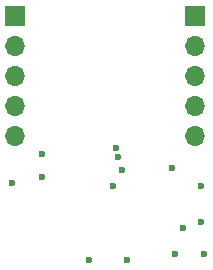
<source format=gbs>
G04 #@! TF.GenerationSoftware,KiCad,Pcbnew,8.0.4*
G04 #@! TF.CreationDate,2024-11-22T23:05:38-05:00*
G04 #@! TF.ProjectId,usb_to_uart_ft232rl,7573625f-746f-45f7-9561-72745f667432,rev?*
G04 #@! TF.SameCoordinates,Original*
G04 #@! TF.FileFunction,Soldermask,Bot*
G04 #@! TF.FilePolarity,Negative*
%FSLAX46Y46*%
G04 Gerber Fmt 4.6, Leading zero omitted, Abs format (unit mm)*
G04 Created by KiCad (PCBNEW 8.0.4) date 2024-11-22 23:05:38*
%MOMM*%
%LPD*%
G01*
G04 APERTURE LIST*
%ADD10R,1.700000X1.700000*%
%ADD11O,1.700000X1.700000*%
%ADD12C,0.600000*%
G04 APERTURE END LIST*
D10*
X100250000Y-40590000D03*
D11*
X100250000Y-43130000D03*
X100250000Y-45670000D03*
X100250000Y-48210000D03*
X100250000Y-50750000D03*
D10*
X115490000Y-40590000D03*
D11*
X115490000Y-43130000D03*
X115490000Y-45670000D03*
X115490000Y-48210000D03*
X115490000Y-50750000D03*
D12*
X114500000Y-58500000D03*
X113500000Y-53500000D03*
X109750000Y-61250000D03*
X100000000Y-54750000D03*
X106500000Y-61250000D03*
X109258848Y-53650000D03*
X108500000Y-55000000D03*
X116250000Y-60750000D03*
X113750000Y-60750000D03*
X116000000Y-55000000D03*
X116000000Y-58000000D03*
X102500000Y-52250000D03*
X102500000Y-54250000D03*
X108750000Y-51750000D03*
X109000000Y-52500000D03*
M02*

</source>
